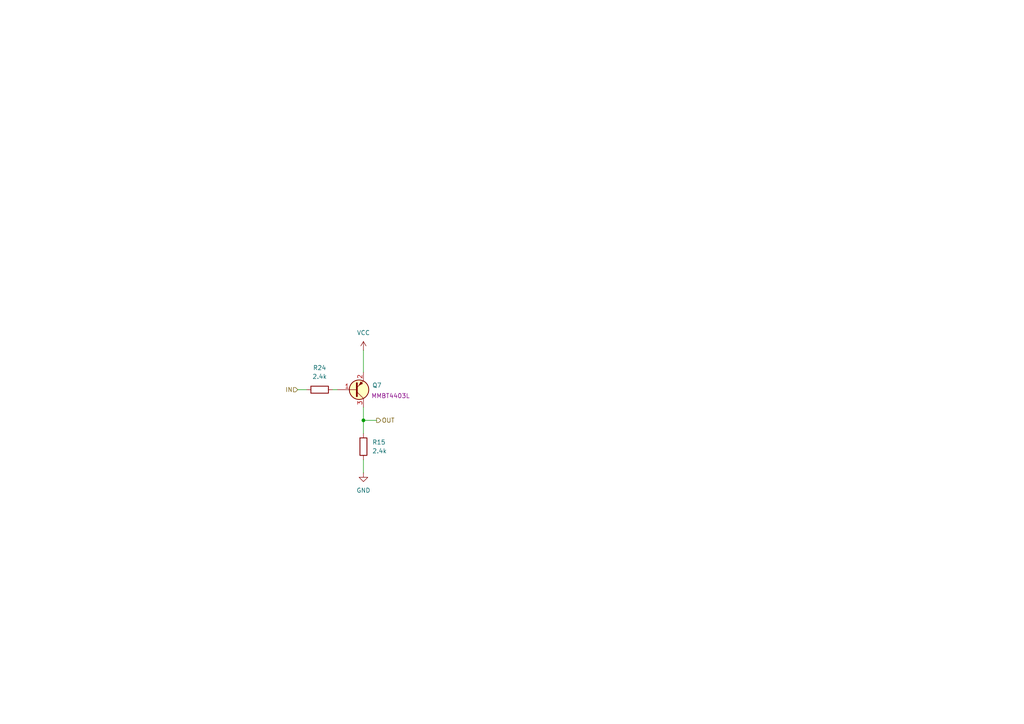
<source format=kicad_sch>
(kicad_sch
	(version 20250114)
	(generator "eeschema")
	(generator_version "9.0")
	(uuid "9040d574-db2f-487b-b70b-85109e1ae05c")
	(paper "A4")
	(lib_symbols
		(symbol "Resistor_AKL:R_0603"
			(pin_numbers
				(hide yes)
			)
			(pin_names
				(offset 0)
			)
			(exclude_from_sim no)
			(in_bom yes)
			(on_board yes)
			(property "Reference" "R"
				(at 2.54 1.27 0)
				(effects
					(font
						(size 1.27 1.27)
					)
					(justify left)
				)
			)
			(property "Value" "R_0603"
				(at 2.54 -1.27 0)
				(effects
					(font
						(size 1.27 1.27)
					)
					(justify left)
				)
			)
			(property "Footprint" "Resistor_SMD_AKL:R_0603_1608Metric"
				(at 0 -11.43 0)
				(effects
					(font
						(size 1.27 1.27)
					)
					(hide yes)
				)
			)
			(property "Datasheet" "~"
				(at 0 0 0)
				(effects
					(font
						(size 1.27 1.27)
					)
					(hide yes)
				)
			)
			(property "Description" "SMD 0603 Chip Resistor, European Symbol, Alternate KiCad Library"
				(at 0 0 0)
				(effects
					(font
						(size 1.27 1.27)
					)
					(hide yes)
				)
			)
			(property "ki_keywords" "R res resistor eu SMD 0603"
				(at 0 0 0)
				(effects
					(font
						(size 1.27 1.27)
					)
					(hide yes)
				)
			)
			(property "ki_fp_filters" "R_*"
				(at 0 0 0)
				(effects
					(font
						(size 1.27 1.27)
					)
					(hide yes)
				)
			)
			(symbol "R_0603_0_1"
				(rectangle
					(start -1.016 2.54)
					(end 1.016 -2.54)
					(stroke
						(width 0.254)
						(type default)
					)
					(fill
						(type none)
					)
				)
			)
			(symbol "R_0603_0_2"
				(polyline
					(pts
						(xy -2.54 -2.54) (xy -1.524 -1.524)
					)
					(stroke
						(width 0)
						(type default)
					)
					(fill
						(type none)
					)
				)
				(polyline
					(pts
						(xy 1.524 1.524) (xy 2.54 2.54)
					)
					(stroke
						(width 0)
						(type default)
					)
					(fill
						(type none)
					)
				)
				(polyline
					(pts
						(xy 1.524 1.524) (xy 0.889 2.159) (xy -2.159 -0.889) (xy -0.889 -2.159) (xy 2.159 0.889) (xy 1.524 1.524)
					)
					(stroke
						(width 0.254)
						(type default)
					)
					(fill
						(type none)
					)
				)
			)
			(symbol "R_0603_1_1"
				(pin passive line
					(at 0 3.81 270)
					(length 1.27)
					(name "~"
						(effects
							(font
								(size 1.27 1.27)
							)
						)
					)
					(number "1"
						(effects
							(font
								(size 1.27 1.27)
							)
						)
					)
				)
				(pin passive line
					(at 0 -3.81 90)
					(length 1.27)
					(name "~"
						(effects
							(font
								(size 1.27 1.27)
							)
						)
					)
					(number "2"
						(effects
							(font
								(size 1.27 1.27)
							)
						)
					)
				)
			)
			(symbol "R_0603_1_2"
				(pin passive line
					(at -2.54 -2.54 0)
					(length 0)
					(name ""
						(effects
							(font
								(size 1.27 1.27)
							)
						)
					)
					(number "2"
						(effects
							(font
								(size 1.27 1.27)
							)
						)
					)
				)
				(pin passive line
					(at 2.54 2.54 180)
					(length 0)
					(name ""
						(effects
							(font
								(size 1.27 1.27)
							)
						)
					)
					(number "1"
						(effects
							(font
								(size 1.27 1.27)
							)
						)
					)
				)
			)
			(embedded_fonts no)
		)
		(symbol "Transistor_BJT_AKL:2SA2018"
			(pin_names
				(hide yes)
			)
			(exclude_from_sim no)
			(in_bom yes)
			(on_board yes)
			(property "Reference" "Q"
				(at 5.08 1.27 0)
				(effects
					(font
						(size 1.27 1.27)
					)
					(justify left)
				)
			)
			(property "Value" "2SA2018"
				(at 5.08 -1.27 0)
				(effects
					(font
						(size 1.27 1.27)
					)
					(justify left)
				)
			)
			(property "Footprint" "Package_TO_SOT_SMD_AKL:SOT-416"
				(at 5.08 -2.54 0)
				(effects
					(font
						(size 1.27 1.27)
					)
					(hide yes)
				)
			)
			(property "Datasheet" "https://www.tme.eu/Document/8bbe87b96a6ee2683f1239fbf67f0559/2sa2018tl-e.pdf"
				(at 0 0 0)
				(effects
					(font
						(size 1.27 1.27)
					)
					(hide yes)
				)
			)
			(property "Description" "PNP SOT-416 transistor, 12V, 500mA, 150mW, Alternate KiCAD Library"
				(at 0 0 0)
				(effects
					(font
						(size 1.27 1.27)
					)
					(hide yes)
				)
			)
			(property "ki_keywords" "transistor PNP 2SA2018"
				(at 0 0 0)
				(effects
					(font
						(size 1.27 1.27)
					)
					(hide yes)
				)
			)
			(symbol "2SA2018_0_1"
				(polyline
					(pts
						(xy 0.635 0.635) (xy 2.54 2.54) (xy 2.54 2.54)
					)
					(stroke
						(width 0)
						(type default)
					)
					(fill
						(type none)
					)
				)
				(polyline
					(pts
						(xy 0.635 -0.635) (xy 2.54 -2.54)
					)
					(stroke
						(width 0)
						(type default)
					)
					(fill
						(type none)
					)
				)
				(polyline
					(pts
						(xy 0.635 -1.905) (xy 0.635 1.905) (xy 0.635 1.905)
					)
					(stroke
						(width 0.508)
						(type default)
					)
					(fill
						(type none)
					)
				)
				(circle
					(center 1.27 0)
					(radius 2.8194)
					(stroke
						(width 0.254)
						(type default)
					)
					(fill
						(type background)
					)
				)
				(polyline
					(pts
						(xy 2.286 1.778) (xy 1.778 2.286) (xy 1.27 1.27) (xy 2.286 1.778) (xy 2.286 1.778)
					)
					(stroke
						(width 0)
						(type default)
					)
					(fill
						(type outline)
					)
				)
			)
			(symbol "2SA2018_1_1"
				(pin input line
					(at -5.08 0 0)
					(length 5.715)
					(name "B"
						(effects
							(font
								(size 1.27 1.27)
							)
						)
					)
					(number "1"
						(effects
							(font
								(size 1.27 1.27)
							)
						)
					)
				)
				(pin passive line
					(at 2.54 5.08 270)
					(length 2.54)
					(name "E"
						(effects
							(font
								(size 1.27 1.27)
							)
						)
					)
					(number "2"
						(effects
							(font
								(size 1.27 1.27)
							)
						)
					)
				)
				(pin passive line
					(at 2.54 -5.08 90)
					(length 2.54)
					(name "C"
						(effects
							(font
								(size 1.27 1.27)
							)
						)
					)
					(number "3"
						(effects
							(font
								(size 1.27 1.27)
							)
						)
					)
				)
			)
			(embedded_fonts no)
		)
		(symbol "power:GND"
			(power)
			(pin_numbers
				(hide yes)
			)
			(pin_names
				(offset 0)
				(hide yes)
			)
			(exclude_from_sim no)
			(in_bom yes)
			(on_board yes)
			(property "Reference" "#PWR"
				(at 0 -6.35 0)
				(effects
					(font
						(size 1.27 1.27)
					)
					(hide yes)
				)
			)
			(property "Value" "GND"
				(at 0 -3.81 0)
				(effects
					(font
						(size 1.27 1.27)
					)
				)
			)
			(property "Footprint" ""
				(at 0 0 0)
				(effects
					(font
						(size 1.27 1.27)
					)
					(hide yes)
				)
			)
			(property "Datasheet" ""
				(at 0 0 0)
				(effects
					(font
						(size 1.27 1.27)
					)
					(hide yes)
				)
			)
			(property "Description" "Power symbol creates a global label with name \"GND\" , ground"
				(at 0 0 0)
				(effects
					(font
						(size 1.27 1.27)
					)
					(hide yes)
				)
			)
			(property "ki_keywords" "global power"
				(at 0 0 0)
				(effects
					(font
						(size 1.27 1.27)
					)
					(hide yes)
				)
			)
			(symbol "GND_0_1"
				(polyline
					(pts
						(xy 0 0) (xy 0 -1.27) (xy 1.27 -1.27) (xy 0 -2.54) (xy -1.27 -1.27) (xy 0 -1.27)
					)
					(stroke
						(width 0)
						(type default)
					)
					(fill
						(type none)
					)
				)
			)
			(symbol "GND_1_1"
				(pin power_in line
					(at 0 0 270)
					(length 0)
					(name "~"
						(effects
							(font
								(size 1.27 1.27)
							)
						)
					)
					(number "1"
						(effects
							(font
								(size 1.27 1.27)
							)
						)
					)
				)
			)
			(embedded_fonts no)
		)
		(symbol "power:VCC"
			(power)
			(pin_numbers
				(hide yes)
			)
			(pin_names
				(offset 0)
				(hide yes)
			)
			(exclude_from_sim no)
			(in_bom yes)
			(on_board yes)
			(property "Reference" "#PWR"
				(at 0 -3.81 0)
				(effects
					(font
						(size 1.27 1.27)
					)
					(hide yes)
				)
			)
			(property "Value" "VCC"
				(at 0 3.556 0)
				(effects
					(font
						(size 1.27 1.27)
					)
				)
			)
			(property "Footprint" ""
				(at 0 0 0)
				(effects
					(font
						(size 1.27 1.27)
					)
					(hide yes)
				)
			)
			(property "Datasheet" ""
				(at 0 0 0)
				(effects
					(font
						(size 1.27 1.27)
					)
					(hide yes)
				)
			)
			(property "Description" "Power symbol creates a global label with name \"VCC\""
				(at 0 0 0)
				(effects
					(font
						(size 1.27 1.27)
					)
					(hide yes)
				)
			)
			(property "ki_keywords" "global power"
				(at 0 0 0)
				(effects
					(font
						(size 1.27 1.27)
					)
					(hide yes)
				)
			)
			(symbol "VCC_0_1"
				(polyline
					(pts
						(xy -0.762 1.27) (xy 0 2.54)
					)
					(stroke
						(width 0)
						(type default)
					)
					(fill
						(type none)
					)
				)
				(polyline
					(pts
						(xy 0 2.54) (xy 0.762 1.27)
					)
					(stroke
						(width 0)
						(type default)
					)
					(fill
						(type none)
					)
				)
				(polyline
					(pts
						(xy 0 0) (xy 0 2.54)
					)
					(stroke
						(width 0)
						(type default)
					)
					(fill
						(type none)
					)
				)
			)
			(symbol "VCC_1_1"
				(pin power_in line
					(at 0 0 90)
					(length 0)
					(name "~"
						(effects
							(font
								(size 1.27 1.27)
							)
						)
					)
					(number "1"
						(effects
							(font
								(size 1.27 1.27)
							)
						)
					)
				)
			)
			(embedded_fonts no)
		)
	)
	(junction
		(at 105.41 121.92)
		(diameter 0)
		(color 0 0 0 0)
		(uuid "60ebc018-5a1e-4518-b5a9-c054ec2ee366")
	)
	(wire
		(pts
			(xy 86.36 113.03) (xy 88.9 113.03)
		)
		(stroke
			(width 0)
			(type default)
		)
		(uuid "6f2739bf-c7f4-413a-9138-a355c346b4cc")
	)
	(wire
		(pts
			(xy 96.52 113.03) (xy 97.79 113.03)
		)
		(stroke
			(width 0)
			(type default)
		)
		(uuid "80cdae50-23db-4ca9-a1a1-a89ce5215d35")
	)
	(wire
		(pts
			(xy 105.41 101.6) (xy 105.41 107.95)
		)
		(stroke
			(width 0)
			(type default)
		)
		(uuid "8cf0bbd1-182e-4c24-aca0-9b7e01ed975d")
	)
	(wire
		(pts
			(xy 105.41 121.92) (xy 109.22 121.92)
		)
		(stroke
			(width 0)
			(type default)
		)
		(uuid "91706f22-8b6f-4454-9dc3-1d45bbd07aa4")
	)
	(wire
		(pts
			(xy 105.41 121.92) (xy 105.41 125.73)
		)
		(stroke
			(width 0)
			(type default)
		)
		(uuid "a29a4133-c8e8-462c-a4cd-7c11414cffc7")
	)
	(wire
		(pts
			(xy 105.41 133.35) (xy 105.41 137.16)
		)
		(stroke
			(width 0)
			(type default)
		)
		(uuid "c396fae8-3c37-497b-88fd-55d88d25b480")
	)
	(wire
		(pts
			(xy 105.41 118.11) (xy 105.41 121.92)
		)
		(stroke
			(width 0)
			(type default)
		)
		(uuid "cc1e3286-2e7e-4089-93b4-ca7c35953c6f")
	)
	(hierarchical_label "OUT"
		(shape output)
		(at 109.22 121.92 0)
		(effects
			(font
				(size 1.27 1.27)
			)
			(justify left)
		)
		(uuid "5845735e-205a-4ba6-b640-b0c6f7d2a04b")
	)
	(hierarchical_label "IN"
		(shape input)
		(at 86.36 113.03 180)
		(effects
			(font
				(size 1.27 1.27)
			)
			(justify right)
		)
		(uuid "c1aa8e03-759f-45cc-a266-5668173f2e9f")
	)
	(symbol
		(lib_id "Resistor_AKL:R_0603")
		(at 105.41 129.54 180)
		(unit 1)
		(exclude_from_sim no)
		(in_bom yes)
		(on_board yes)
		(dnp no)
		(fields_autoplaced yes)
		(uuid "3b3e2b88-8da2-457e-8f8b-31414e379104")
		(property "Reference" "R15"
			(at 107.95 128.2699 0)
			(effects
				(font
					(size 1.27 1.27)
				)
				(justify right)
			)
		)
		(property "Value" "2.4k"
			(at 107.95 130.8099 0)
			(effects
				(font
					(size 1.27 1.27)
				)
				(justify right)
			)
		)
		(property "Footprint" "Resistor_SMD_AKL:R_0603_1608Metric"
			(at 105.41 118.11 0)
			(effects
				(font
					(size 1.27 1.27)
				)
				(hide yes)
			)
		)
		(property "Datasheet" "~"
			(at 105.41 129.54 0)
			(effects
				(font
					(size 1.27 1.27)
				)
				(hide yes)
			)
		)
		(property "Description" "SMD 0603 Chip Resistor, European Symbol, Alternate KiCad Library"
			(at 105.41 129.54 0)
			(effects
				(font
					(size 1.27 1.27)
				)
				(hide yes)
			)
		)
		(pin "2"
			(uuid "b0c0800e-fd3d-4717-a735-2cd59f7f04fe")
		)
		(pin "1"
			(uuid "2d178023-441a-42ee-96b8-5831ec548dc8")
		)
		(instances
			(project "Diseños de circuitos"
				(path "/65c875c0-73bd-43df-b6cd-4a685398cace/3b453a73-5bb7-4645-a7e8-6e186968fa05/08601dd5-d4a9-417f-ac60-8e7e9f1053de"
					(reference "R15")
					(unit 1)
				)
				(path "/65c875c0-73bd-43df-b6cd-4a685398cace/3b453a73-5bb7-4645-a7e8-6e186968fa05/3aaa579e-8be9-4ebd-978a-eaa385a6d1bd"
					(reference "R17")
					(unit 1)
				)
				(path "/65c875c0-73bd-43df-b6cd-4a685398cace/3b453a73-5bb7-4645-a7e8-6e186968fa05/48d5bd32-67a3-4006-82b9-c27ca88fb9f6"
					(reference "R16")
					(unit 1)
				)
			)
		)
	)
	(symbol
		(lib_id "Transistor_BJT_AKL:2SA2018")
		(at 102.87 113.03 0)
		(unit 1)
		(exclude_from_sim no)
		(in_bom yes)
		(on_board yes)
		(dnp no)
		(uuid "730926b7-5626-4d2b-8b78-9e800d43fc9e")
		(property "Reference" "Q7"
			(at 107.95 111.7599 0)
			(effects
				(font
					(size 1.27 1.27)
				)
				(justify left)
			)
		)
		(property "Value" "2SA2018"
			(at 107.95 114.2999 0)
			(effects
				(font
					(size 1.27 1.27)
				)
				(justify left)
				(hide yes)
			)
		)
		(property "Footprint" "Package_TO_SOT_SMD_AKL:SOT-416"
			(at 107.95 115.57 0)
			(effects
				(font
					(size 1.27 1.27)
				)
				(hide yes)
			)
		)
		(property "Datasheet" "https://www.tme.eu/Document/8bbe87b96a6ee2683f1239fbf67f0559/2sa2018tl-e.pdf"
			(at 102.87 113.03 0)
			(effects
				(font
					(size 1.27 1.27)
				)
				(hide yes)
			)
		)
		(property "Description" "PNP SOT-416 transistor, 12V, 500mA, 150mW, Alternate KiCAD Library"
			(at 102.87 113.03 0)
			(effects
				(font
					(size 1.27 1.27)
				)
				(hide yes)
			)
		)
		(property "Part number" "MMBT4403L"
			(at 113.284 114.808 0)
			(effects
				(font
					(size 1.27 1.27)
				)
			)
		)
		(pin "3"
			(uuid "550b1f98-dc11-43d5-858f-ad8a1276a72f")
		)
		(pin "2"
			(uuid "6ba81ad9-d110-4da3-b050-4c4d498a3117")
		)
		(pin "1"
			(uuid "f947703c-f6cb-47c9-b1bd-9901e6d035c3")
		)
		(instances
			(project "Diseños de circuitos"
				(path "/65c875c0-73bd-43df-b6cd-4a685398cace/3b453a73-5bb7-4645-a7e8-6e186968fa05/08601dd5-d4a9-417f-ac60-8e7e9f1053de"
					(reference "Q7")
					(unit 1)
				)
				(path "/65c875c0-73bd-43df-b6cd-4a685398cace/3b453a73-5bb7-4645-a7e8-6e186968fa05/3aaa579e-8be9-4ebd-978a-eaa385a6d1bd"
					(reference "Q9")
					(unit 1)
				)
				(path "/65c875c0-73bd-43df-b6cd-4a685398cace/3b453a73-5bb7-4645-a7e8-6e186968fa05/48d5bd32-67a3-4006-82b9-c27ca88fb9f6"
					(reference "Q8")
					(unit 1)
				)
			)
		)
	)
	(symbol
		(lib_id "Resistor_AKL:R_0603")
		(at 92.71 113.03 90)
		(unit 1)
		(exclude_from_sim no)
		(in_bom yes)
		(on_board yes)
		(dnp no)
		(fields_autoplaced yes)
		(uuid "803fac91-0e42-4271-97fe-e796b140028b")
		(property "Reference" "R24"
			(at 92.71 106.68 90)
			(effects
				(font
					(size 1.27 1.27)
				)
			)
		)
		(property "Value" "2.4k"
			(at 92.71 109.22 90)
			(effects
				(font
					(size 1.27 1.27)
				)
			)
		)
		(property "Footprint" "Resistor_SMD_AKL:R_0603_1608Metric"
			(at 104.14 113.03 0)
			(effects
				(font
					(size 1.27 1.27)
				)
				(hide yes)
			)
		)
		(property "Datasheet" "~"
			(at 92.71 113.03 0)
			(effects
				(font
					(size 1.27 1.27)
				)
				(hide yes)
			)
		)
		(property "Description" "SMD 0603 Chip Resistor, European Symbol, Alternate KiCad Library"
			(at 92.71 113.03 0)
			(effects
				(font
					(size 1.27 1.27)
				)
				(hide yes)
			)
		)
		(pin "2"
			(uuid "f897813c-3424-4a77-a854-119226391ed8")
		)
		(pin "1"
			(uuid "b39682ae-3866-4483-9dc3-35faea746367")
		)
		(instances
			(project "Diseños de circuitos"
				(path "/65c875c0-73bd-43df-b6cd-4a685398cace/3b453a73-5bb7-4645-a7e8-6e186968fa05/08601dd5-d4a9-417f-ac60-8e7e9f1053de"
					(reference "R24")
					(unit 1)
				)
				(path "/65c875c0-73bd-43df-b6cd-4a685398cace/3b453a73-5bb7-4645-a7e8-6e186968fa05/3aaa579e-8be9-4ebd-978a-eaa385a6d1bd"
					(reference "R26")
					(unit 1)
				)
				(path "/65c875c0-73bd-43df-b6cd-4a685398cace/3b453a73-5bb7-4645-a7e8-6e186968fa05/48d5bd32-67a3-4006-82b9-c27ca88fb9f6"
					(reference "R25")
					(unit 1)
				)
			)
		)
	)
	(symbol
		(lib_id "power:VCC")
		(at 105.41 101.6 0)
		(unit 1)
		(exclude_from_sim no)
		(in_bom yes)
		(on_board yes)
		(dnp no)
		(fields_autoplaced yes)
		(uuid "baddd7ed-fdd7-46c6-8d19-b968d5213dad")
		(property "Reference" "#PWR035"
			(at 105.41 105.41 0)
			(effects
				(font
					(size 1.27 1.27)
				)
				(hide yes)
			)
		)
		(property "Value" "VCC"
			(at 105.41 96.52 0)
			(effects
				(font
					(size 1.27 1.27)
				)
			)
		)
		(property "Footprint" ""
			(at 105.41 101.6 0)
			(effects
				(font
					(size 1.27 1.27)
				)
				(hide yes)
			)
		)
		(property "Datasheet" ""
			(at 105.41 101.6 0)
			(effects
				(font
					(size 1.27 1.27)
				)
				(hide yes)
			)
		)
		(property "Description" "Power symbol creates a global label with name \"VCC\""
			(at 105.41 101.6 0)
			(effects
				(font
					(size 1.27 1.27)
				)
				(hide yes)
			)
		)
		(pin "1"
			(uuid "953e8322-ccc4-4f76-80ea-c408f139d0b7")
		)
		(instances
			(project ""
				(path "/65c875c0-73bd-43df-b6cd-4a685398cace/3b453a73-5bb7-4645-a7e8-6e186968fa05/08601dd5-d4a9-417f-ac60-8e7e9f1053de"
					(reference "#PWR035")
					(unit 1)
				)
				(path "/65c875c0-73bd-43df-b6cd-4a685398cace/3b453a73-5bb7-4645-a7e8-6e186968fa05/3aaa579e-8be9-4ebd-978a-eaa385a6d1bd"
					(reference "#PWR039")
					(unit 1)
				)
				(path "/65c875c0-73bd-43df-b6cd-4a685398cace/3b453a73-5bb7-4645-a7e8-6e186968fa05/48d5bd32-67a3-4006-82b9-c27ca88fb9f6"
					(reference "#PWR037")
					(unit 1)
				)
			)
		)
	)
	(symbol
		(lib_id "power:GND")
		(at 105.41 137.16 0)
		(unit 1)
		(exclude_from_sim no)
		(in_bom yes)
		(on_board yes)
		(dnp no)
		(uuid "c3cef807-f49d-48c8-b4fa-adc72932095a")
		(property "Reference" "#PWR036"
			(at 105.41 143.51 0)
			(effects
				(font
					(size 1.27 1.27)
				)
				(hide yes)
			)
		)
		(property "Value" "GND"
			(at 105.41 142.24 0)
			(effects
				(font
					(size 1.27 1.27)
				)
			)
		)
		(property "Footprint" ""
			(at 105.41 137.16 0)
			(effects
				(font
					(size 1.27 1.27)
				)
				(hide yes)
			)
		)
		(property "Datasheet" ""
			(at 105.41 137.16 0)
			(effects
				(font
					(size 1.27 1.27)
				)
				(hide yes)
			)
		)
		(property "Description" "Power symbol creates a global label with name \"GND\" , ground"
			(at 105.41 137.16 0)
			(effects
				(font
					(size 1.27 1.27)
				)
				(hide yes)
			)
		)
		(pin "1"
			(uuid "f7932b64-50f5-4899-a5fb-eb273cfe6ac0")
		)
		(instances
			(project "Diseños de circuitos"
				(path "/65c875c0-73bd-43df-b6cd-4a685398cace/3b453a73-5bb7-4645-a7e8-6e186968fa05/08601dd5-d4a9-417f-ac60-8e7e9f1053de"
					(reference "#PWR036")
					(unit 1)
				)
				(path "/65c875c0-73bd-43df-b6cd-4a685398cace/3b453a73-5bb7-4645-a7e8-6e186968fa05/3aaa579e-8be9-4ebd-978a-eaa385a6d1bd"
					(reference "#PWR040")
					(unit 1)
				)
				(path "/65c875c0-73bd-43df-b6cd-4a685398cace/3b453a73-5bb7-4645-a7e8-6e186968fa05/48d5bd32-67a3-4006-82b9-c27ca88fb9f6"
					(reference "#PWR038")
					(unit 1)
				)
			)
		)
	)
)

</source>
